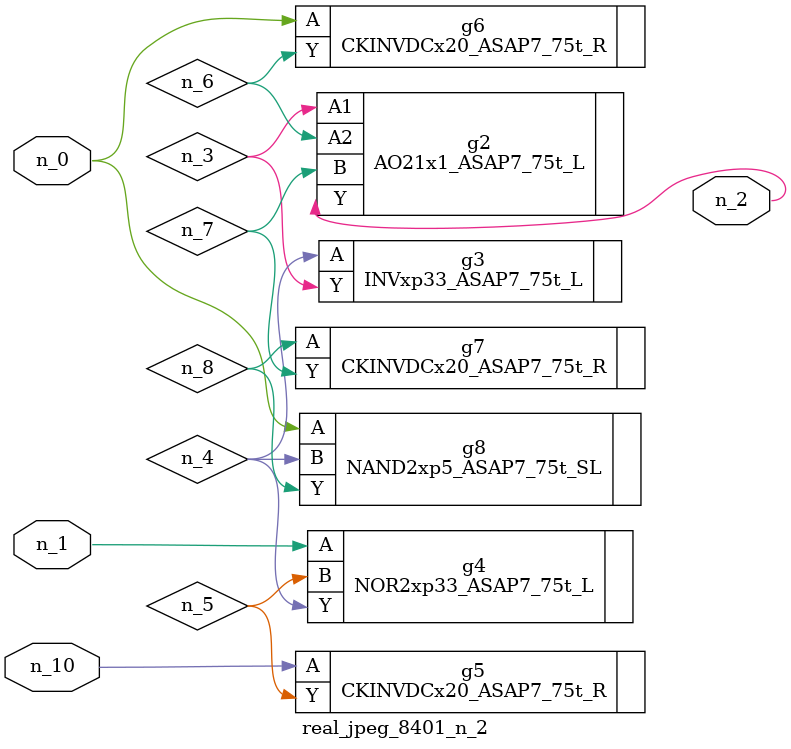
<source format=v>
module real_jpeg_8401_n_2 (n_1, n_10, n_0, n_2);

input n_1;
input n_10;
input n_0;

output n_2;

wire n_5;
wire n_4;
wire n_8;
wire n_6;
wire n_7;
wire n_3;

CKINVDCx20_ASAP7_75t_R g6 ( 
.A(n_0),
.Y(n_6)
);

NAND2xp5_ASAP7_75t_SL g8 ( 
.A(n_0),
.B(n_4),
.Y(n_8)
);

NOR2xp33_ASAP7_75t_L g4 ( 
.A(n_1),
.B(n_5),
.Y(n_4)
);

AO21x1_ASAP7_75t_L g2 ( 
.A1(n_3),
.A2(n_6),
.B(n_7),
.Y(n_2)
);

INVxp33_ASAP7_75t_L g3 ( 
.A(n_4),
.Y(n_3)
);

CKINVDCx20_ASAP7_75t_R g7 ( 
.A(n_8),
.Y(n_7)
);

CKINVDCx20_ASAP7_75t_R g5 ( 
.A(n_10),
.Y(n_5)
);


endmodule
</source>
